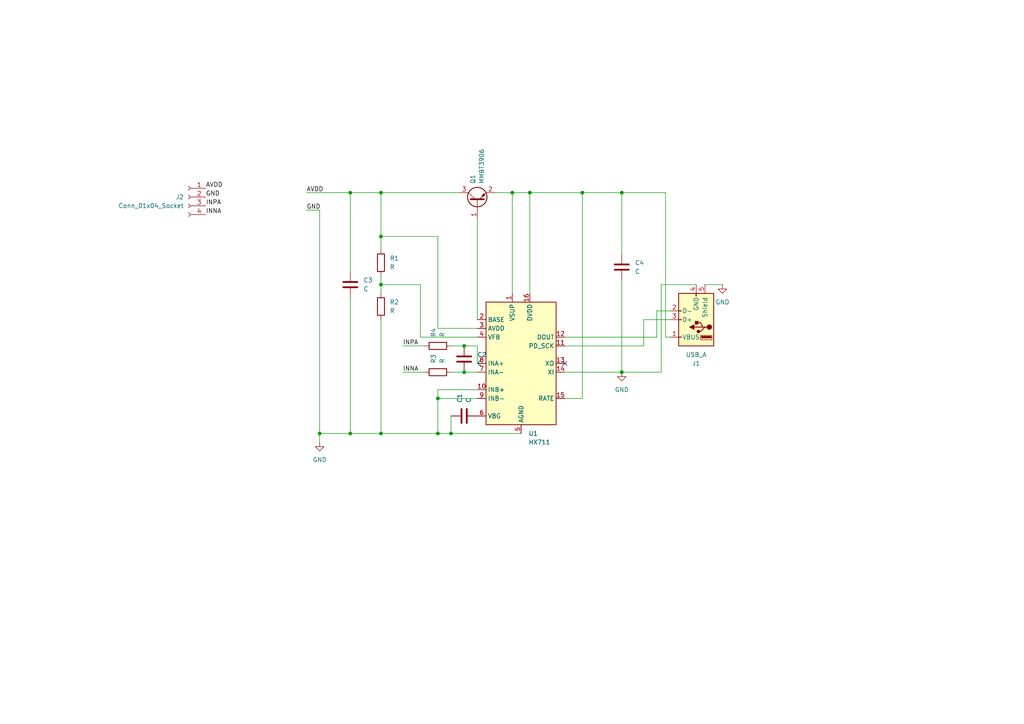
<source format=kicad_sch>
(kicad_sch (version 20250114) (generator "eeschema") (generator_version "9.0")
  (paper "A4")
  (lib_symbols
    (symbol "Analog_ADC:HX711"
      (property "Reference" "U" (at 5.08 21.59 0))
      (property "Value" "HX711" (at 7.62 19.05 0))
      (symbol "HX711_0_1"
        (rectangle (start -10.16 17.78) (end 10.16 -17.78) (stroke (width 0.254)) (fill (type background)))
      )
      (symbol "HX711_1_1"
        (pin passive line (at -12.7 12.7 0) (length 2.54) (name "BASE") (number "2"))
        (pin power_in line (at -12.7 10.16 0) (length 2.54) (name "AVDD") (number "3"))
        (pin input line (at -12.7 7.62 0) (length 2.54) (name "VFB") (number "4"))
        (pin input line (at -12.7 0 0) (length 2.54) (name "INA+") (number "8"))
        (pin input line (at -12.7 -2.54 0) (length 2.54) (name "INA-") (number "7"))
        (pin input line (at -12.7 -7.62 0) (length 2.54) (name "INB+") (number "10"))
        (pin input line (at -12.7 -10.16 0) (length 2.54) (name "INB-") (number "9"))
        (pin passive line (at -12.7 -15.24 0) (length 2.54) (name "VBG") (number "6"))
        (pin power_in line (at -2.54 20.32 270) (length 2.54) (name "VSUP") (number "1"))
        (pin power_in line (at 0 -20.32 90) (length 2.54) (name "AGND") (number "5"))
        (pin power_in line (at 2.54 20.32 270) (length 2.54) (name "DVDD") (number "16"))
        (pin output line (at 12.7 7.62 180) (length 2.54) (name "DOUT") (number "12"))
        (pin input line (at 12.7 5.08 180) (length 2.54) (name "PD_SCK") (number "11"))
        (pin passive line (at 12.7 0 180) (length 2.54) (name "XO") (number "13"))
        (pin passive line (at 12.7 -2.54 180) (length 2.54) (name "XI") (number "14"))
        (pin input line (at 12.7 -10.16 180) (length 2.54) (name "RATE") (number "15"))
      )
    )
    (symbol "Connector:Conn_01x04_Socket" (pin_names (offset 1.016) (hide yes))
      (property "Reference" "J" (at 0 5.08 0))
      (property "Value" "Conn_01x04_Socket" (at 0 -7.62 0))
      (symbol "Conn_01x04_Socket_1_1"
        (polyline (pts (xy -1.27 2.54) (xy -0.508 2.54)) (stroke (width 0.1524)))
        (polyline (pts (xy -1.27 0) (xy -0.508 0)) (stroke (width 0.1524)))
        (polyline (pts (xy -1.27 -2.54) (xy -0.508 -2.54)) (stroke (width 0.1524)))
        (polyline (pts (xy -1.27 -5.08) (xy -0.508 -5.08)) (stroke (width 0.1524)))
        (arc (start 0 2.032) (mid -0.5058 2.54) (end 0 3.048) (stroke (width 0.1524)))
        (arc (start 0 -0.508) (mid -0.5058 0) (end 0 0.508) (stroke (width 0.1524)))
        (arc (start 0 -3.048) (mid -0.5058 -2.54) (end 0 -2.032) (stroke (width 0.1524)))
        (arc (start 0 -5.588) (mid -0.5058 -5.08) (end 0 -4.572) (stroke (width 0.1524)))
        (pin passive line (at -5.08 2.54 0) (length 3.81) (name "Pin_1") (number "1"))
        (pin passive line (at -5.08 0 0) (length 3.81) (name "Pin_2") (number "2"))
        (pin passive line (at -5.08 -2.54 0) (length 3.81) (name "Pin_3") (number "3"))
        (pin passive line (at -5.08 -5.08 0) (length 3.81) (name "Pin_4") (number "4"))
      )
    )
    (symbol "Connector:USB_A" (pin_names (offset 1.016))
      (property "Reference" "J" (at -5.08 11.43 0))
      (property "Value" "USB_A" (at -5.08 8.89 0))
      (symbol "USB_A_0_1"
        (rectangle (start -5.08 -7.62) (end 5.08 7.62) (stroke (width 0.254)) (fill (type background)))
        (circle (center -3.81 2.159) (radius 0.635) (stroke (width 0.254)) (fill (type outline)))
        (polyline (pts (xy -3.175 2.159) (xy -2.54 2.159) (xy -1.27 3.429) (xy -0.635 3.429)) (stroke (width 0.254)))
        (polyline (pts (xy -2.54 2.159) (xy -1.905 2.159) (xy -1.27 0.889) (xy 0 0.889)) (stroke (width 0.254)))
        (rectangle (start -1.524 4.826) (end -4.318 5.334) (fill (type outline)))
        (rectangle (start -1.27 4.572) (end -4.572 5.842))
        (circle (center -0.635 3.429) (radius 0.381) (stroke (width 0.254)) (fill (type outline)))
        (rectangle (start -0.127 -7.62) (end 0.127 -6.858))
        (rectangle (start 0.254 1.27) (end -0.508 0.508) (stroke (width 0.254)) (fill (type outline)))
        (polyline (pts (xy 0.635 2.794) (xy 0.635 1.524) (xy 1.905 2.159) (xy 0.635 2.794)) (stroke (width 0.254)) (fill (type outline)))
        (rectangle (start 5.08 4.953) (end 4.318 5.207))
        (rectangle (start 5.08 -0.127) (end 4.318 0.127))
        (rectangle (start 5.08 -2.667) (end 4.318 -2.413))
      )
      (symbol "USB_A_1_1"
        (polyline (pts (xy -1.905 2.159) (xy 0.635 2.159)) (stroke (width 0.254)))
        (pin passive line (at -2.54 -10.16 90) (length 2.54) (name "Shield") (number "5"))
        (pin power_in line (at 0 -10.16 90) (length 2.54) (name "GND") (number "4"))
        (pin power_in line (at 7.62 5.08 180) (length 2.54) (name "VBUS") (number "1"))
        (pin bidirectional line (at 7.62 0 180) (length 2.54) (name "D+") (number "3"))
        (pin bidirectional line (at 7.62 -2.54 180) (length 2.54) (name "D-") (number "2"))
      )
    )
    (symbol "Device:C" (pin_numbers (hide yes)) (pin_names (offset 0.254))
      (property "Reference" "C" (at 0.635 2.54 0))
      (property "Value" "C" (at 0.635 -2.54 0))
      (symbol "C_0_1"
        (polyline (pts (xy -2.032 0.762) (xy 2.032 0.762)) (stroke (width 0.508)))
        (polyline (pts (xy -2.032 -0.762) (xy 2.032 -0.762)) (stroke (width 0.508)))
      )
      (symbol "C_1_1"
        (pin passive line (at 0 3.81 270) (length 2.794) (name "~") (number "1"))
        (pin passive line (at 0 -3.81 90) (length 2.794) (name "~") (number "2"))
      )
    )
    (symbol "Device:R" (pin_numbers (hide yes)) (pin_names (offset 0))
      (property "Reference" "R" (at 2.032 0 90))
      (property "Value" "R" (at 0 0 90))
      (symbol "R_0_1"
        (rectangle (start -1.016 -2.54) (end 1.016 2.54) (stroke (width 0.254)))
      )
      (symbol "R_1_1"
        (pin passive line (at 0 3.81 270) (length 1.27) (name "~") (number "1"))
        (pin passive line (at 0 -3.81 90) (length 1.27) (name "~") (number "2"))
      )
    )
    (symbol "Transistor_BJT:MMBT3906" (pin_names (offset 0) (hide yes))
      (property "Reference" "Q" (at 5.08 1.905 0))
      (property "Value" "MMBT3906" (at 5.08 0 0))
      (symbol "MMBT3906_0_1"
        (polyline (pts (xy -2.54 0) (xy 0.635 0)))
        (polyline (pts (xy 0.635 1.905) (xy 0.635 -1.905)) (stroke (width 0.508)))
        (polyline (pts (xy 0.635 0.635) (xy 2.54 2.54)))
        (polyline (pts (xy 0.635 -0.635) (xy 2.54 -2.54)))
        (circle (center 1.27 0) (radius 2.8194) (stroke (width 0.254)))
        (polyline (pts (xy 2.286 -1.778) (xy 1.778 -2.286) (xy 1.27 -1.27) (xy 2.286 -1.778)) (fill (type outline)))
      )
      (symbol "MMBT3906_1_1"
        (pin input line (at -5.08 0 0) (length 2.54) (name "B") (number "1"))
        (pin passive line (at 2.54 5.08 270) (length 2.54) (name "C") (number "3"))
        (pin passive line (at 2.54 -5.08 90) (length 2.54) (name "E") (number "2"))
      )
    )
    (symbol "power:GND" (power) (pin_numbers (hide yes)) (pin_names (offset 0) (hide yes))
      (property "Value" "GND" (at 0 -3.81 0))
      (symbol "GND_0_1"
        (polyline (pts (xy 0 0) (xy 0 -1.27) (xy 1.27 -1.27) (xy 0 -2.54) (xy -1.27 -1.27) (xy 0 -1.27)))
      )
      (symbol "GND_1_1"
        (pin power_in line (at 0 0 270) (length 0) (name "~") (number "1"))
      )
    )
  )
  (junction (at 148.59 55.88))
  (junction (at 127 115.57))
  (junction (at 134.62 100.33))
  (junction (at 92.71 125.73))
  (junction (at 110.49 68.58))
  (junction (at 134.62 107.95))
  (junction (at 110.49 55.88))
  (junction (at 101.6 55.88))
  (junction (at 168.91 55.88))
  (junction (at 180.34 107.95))
  (junction (at 130.81 125.73))
  (junction (at 110.49 82.55))
  (junction (at 153.67 55.88))
  (junction (at 180.34 55.88))
  (junction (at 110.49 125.73))
  (junction (at 101.6 125.73))
  (junction (at 127 125.73))
  (no_connect (at 163.83 105.41))
  (wire (pts (xy 163.83 100.33) (xy 186.69 100.33)))
  (wire (pts (xy 186.69 92.71) (xy 194.31 92.71)))
  (wire (pts (xy 153.67 55.88) (xy 168.91 55.88)))
  (wire (pts (xy 180.34 55.88) (xy 193.04 55.88)))
  (wire (pts (xy 127 95.25) (xy 127 68.58)))
  (wire (pts (xy 92.71 125.73) (xy 92.71 128.27)))
  (wire (pts (xy 130.81 107.95) (xy 134.62 107.95)))
  (wire (pts (xy 127 115.57) (xy 138.43 115.57)))
  (wire (pts (xy 116.84 100.33) (xy 123.19 100.33)))
  (wire (pts (xy 110.49 80.01) (xy 110.49 82.55)))
  (wire (pts (xy 88.9 60.96) (xy 92.71 60.96)))
  (wire (pts (xy 191.77 82.55) (xy 201.93 82.55)))
  (wire (pts (xy 163.83 107.95) (xy 180.34 107.95)))
  (wire (pts (xy 138.43 97.79) (xy 121.92 97.79)))
  (wire (pts (xy 130.81 125.73) (xy 127 125.73)))
  (wire (pts (xy 180.34 107.95) (xy 191.77 107.95)))
  (wire (pts (xy 121.92 97.79) (xy 121.92 82.55)))
  (wire (pts (xy 121.92 82.55) (xy 110.49 82.55)))
  (wire (pts (xy 101.6 55.88) (xy 110.49 55.88)))
  (wire (pts (xy 133.35 55.88) (xy 110.49 55.88)))
  (wire (pts (xy 138.43 95.25) (xy 127 95.25)))
  (wire (pts (xy 180.34 81.28) (xy 180.34 107.95)))
  (wire (pts (xy 186.69 100.33) (xy 186.69 92.71)))
  (wire (pts (xy 92.71 60.96) (xy 92.71 125.73)))
  (wire (pts (xy 180.34 55.88) (xy 180.34 73.66)))
  (wire (pts (xy 193.04 97.79) (xy 194.31 97.79)))
  (wire (pts (xy 101.6 125.73) (xy 92.71 125.73)))
  (wire (pts (xy 191.77 107.95) (xy 191.77 82.55)))
  (wire (pts (xy 190.5 90.17) (xy 194.31 90.17)))
  (wire (pts (xy 151.13 125.73) (xy 130.81 125.73)))
  (wire (pts (xy 143.51 55.88) (xy 148.59 55.88)))
  (wire (pts (xy 148.59 55.88) (xy 148.59 85.09)))
  (wire (pts (xy 127 68.58) (xy 110.49 68.58)))
  (wire (pts (xy 193.04 55.88) (xy 193.04 97.79)))
  (wire (pts (xy 163.83 97.79) (xy 190.5 97.79)))
  (wire (pts (xy 168.91 55.88) (xy 180.34 55.88)))
  (wire (pts (xy 134.62 107.95) (xy 138.43 107.95)))
  (wire (pts (xy 101.6 86.36) (xy 101.6 125.73)))
  (wire (pts (xy 116.84 107.95) (xy 123.19 107.95)))
  (wire (pts (xy 130.81 120.65) (xy 130.81 125.73)))
  (wire (pts (xy 110.49 55.88) (xy 110.49 68.58)))
  (wire (pts (xy 127 125.73) (xy 110.49 125.73)))
  (wire (pts (xy 138.43 63.5) (xy 138.43 92.71)))
  (wire (pts (xy 110.49 125.73) (xy 110.49 92.71)))
  (wire (pts (xy 110.49 125.73) (xy 101.6 125.73)))
  (wire (pts (xy 163.83 115.57) (xy 168.91 115.57)))
  (wire (pts (xy 88.9 55.88) (xy 101.6 55.88)))
  (wire (pts (xy 101.6 55.88) (xy 101.6 78.74)))
  (wire (pts (xy 127 115.57) (xy 127 125.73)))
  (wire (pts (xy 168.91 115.57) (xy 168.91 55.88)))
  (wire (pts (xy 148.59 55.88) (xy 153.67 55.88)))
  (wire (pts (xy 110.49 68.58) (xy 110.49 72.39)))
  (wire (pts (xy 138.43 105.41) (xy 138.43 100.33)))
  (wire (pts (xy 190.5 97.79) (xy 190.5 90.17)))
  (wire (pts (xy 153.67 55.88) (xy 153.67 85.09)))
  (wire (pts (xy 127 113.03) (xy 127 115.57)))
  (wire (pts (xy 204.47 82.55) (xy 209.55 82.55)))
  (wire (pts (xy 110.49 82.55) (xy 110.49 85.09)))
  (wire (pts (xy 138.43 113.03) (xy 127 113.03)))
  (wire (pts (xy 134.62 100.33) (xy 138.43 100.33)))
  (wire (pts (xy 130.81 100.33) (xy 134.62 100.33)))
  (label "INPA" (at 116.84 100.33 0))
  (label "INNA" (at 116.84 107.95 0))
  (label "AVDD" (at 88.9 55.88 0))
  (label "GND" (at 59.69 57.15 0))
  (label "AVDD" (at 59.69 54.61 0))
  (label "INNA" (at 59.69 62.23 0))
  (label "GND" (at 88.9 60.96 0))
  (label "INPA" (at 59.69 59.69 0))
  (symbol (lib_id "power:GND") (at 209.55 82.55 0) (unit 1)
    (property "Reference" "#PWR03" (effects (hide yes)))
    (property "Value" "GND" (at 209.55 87.63 0))
    (property "Description" "Power symbol creates a global label with name \"GND\" , ground" (effects (hide yes)))
  )
  (symbol (lib_id "power:GND") (at 92.71 128.27 0) (unit 1)
    (property "Reference" "#PWR01" (effects (hide yes)))
    (property "Value" "GND" (at 92.71 133.35 0))
    (property "Description" "Power symbol creates a global label with name \"GND\" , ground" (effects (hide yes)))
  )
  (symbol (lib_id "Device:C") (at 134.62 120.65 90) (unit 1)
    (property "Reference" "C1" (at 133.3499 116.84 0) (effects (justify left)))
    (property "Value" "C" (at 135.8899 116.84 0) (effects (justify left)))
    (property "Description" "Unpolarized capacitor" (effects (hide yes)))
  )
  (symbol (lib_id "Connector:USB_A") (at 201.93 92.71 180) (unit 1)
    (property "Reference" "J1" (at 201.93 105.41 0))
    (property "Value" "USB_A" (at 201.93 102.87 0))
    (property "Description" "USB Type A connector" (effects (hide yes)))
  )
  (symbol (lib_id "Analog_ADC:HX711") (at 151.13 105.41 0) (unit 1)
    (property "Reference" "U1" (at 153.2733 125.73 0) (effects (justify left)))
    (property "Value" "HX711" (at 153.2733 128.27 0) (effects (justify left)))
    (property "Footprint" "Package_SO:SOIC-16_3.9x9.9mm_P1.27mm" (effects (hide yes)))
    (property "Datasheet" "https://web.archive.org/web/20220615044707/https://akizukidenshi.com/download/ds/avia/hx711.pdf" (effects (hide yes)))
    (property "Description" "24-bit Analog-to-Digital Converter (ADC) for Weight Scales, SOIC-16 (SOP-16)" (effects (hide yes)))
  )
  (symbol (lib_id "Device:R") (at 110.49 76.2 0) (unit 1)
    (property "Reference" "R1" (at 113.03 74.9299 0) (effects (justify left)))
    (property "Value" "R" (at 113.03 77.4699 0) (effects (justify left)))
    (property "Description" "Resistor" (effects (hide yes)))
  )
  (symbol (lib_id "Connector:Conn_01x04_Socket") (at 54.61 57.15 0) (mirror y) (unit 1)
    (property "Reference" "J2" (at 53.34 57.1499 0) (effects (justify left)))
    (property "Value" "Conn_01x04_Socket" (at 53.34 59.6899 0) (effects (justify left)))
    (property "Description" "Generic connector, single row, 01x04, script generated" (effects (hide yes)))
  )
  (symbol (lib_id "Device:C") (at 101.6 82.55 0) (unit 1)
    (property "Reference" "C3" (at 105.41 81.2799 0) (effects (justify left)))
    (property "Value" "C" (at 105.41 83.8199 0) (effects (justify left)))
    (property "Description" "Unpolarized capacitor" (effects (hide yes)))
  )
  (symbol (lib_id "Transistor_BJT:MMBT3906") (at 138.43 58.42 90) (unit 1)
    (property "Reference" "Q1" (at 137.1599 53.34 0) (effects (justify left)))
    (property "Value" "MMBT3906" (at 139.6999 53.34 0) (effects (justify left)))
    (property "Footprint" "Package_TO_SOT_SMD:SOT-23" (effects (hide yes)))
    (property "Datasheet" "https://www.onsemi.com/pdf/datasheet/pzt3906-d.pdf" (effects (hide yes)))
    (property "Description" "-0.2A Ic, -40V Vce, Small Signal PNP Transistor, SOT-23" (effects (hide yes)))
  )
  (symbol (lib_id "Device:R") (at 127 100.33 90) (unit 1)
    (property "Reference" "R4" (at 125.7299 97.79 0) (effects (justify left)))
    (property "Value" "R" (at 128.2699 97.79 0) (effects (justify left)))
    (property "Description" "Resistor" (effects (hide yes)))
  )
  (symbol (lib_id "Device:R") (at 127 107.95 90) (unit 1)
    (property "Reference" "R3" (at 125.7299 105.41 0) (effects (justify left)))
    (property "Value" "R" (at 128.2699 105.41 0) (effects (justify left)))
    (property "Description" "Resistor" (effects (hide yes)))
  )
  (symbol (lib_id "power:GND") (at 180.34 107.95 0) (unit 1)
    (property "Reference" "#PWR02" (effects (hide yes)))
    (property "Value" "GND" (at 180.34 113.03 0))
    (property "Description" "Power symbol creates a global label with name \"GND\" , ground" (effects (hide yes)))
  )
  (symbol (lib_id "Device:R") (at 110.49 88.9 0) (unit 1)
    (property "Reference" "R2" (at 113.03 87.6299 0) (effects (justify left)))
    (property "Value" "R" (at 113.03 90.1699 0) (effects (justify left)))
    (property "Description" "Resistor" (effects (hide yes)))
  )
  (symbol (lib_id "Device:C") (at 180.34 77.47 0) (unit 1)
    (property "Reference" "C4" (at 184.15 76.1999 0) (effects (justify left)))
    (property "Value" "C" (at 184.15 78.7399 0) (effects (justify left)))
    (property "Description" "Unpolarized capacitor" (effects (hide yes)))
  )
  (symbol (lib_id "Device:C") (at 134.62 104.14 0) (unit 1)
    (property "Reference" "C2" (at 138.43 102.8699 0) (effects (justify left)))
    (property "Value" "C" (at 138.43 105.4099 0) (effects (justify left)))
    (property "Description" "Unpolarized capacitor" (effects (hide yes)))
  )
)
</source>
